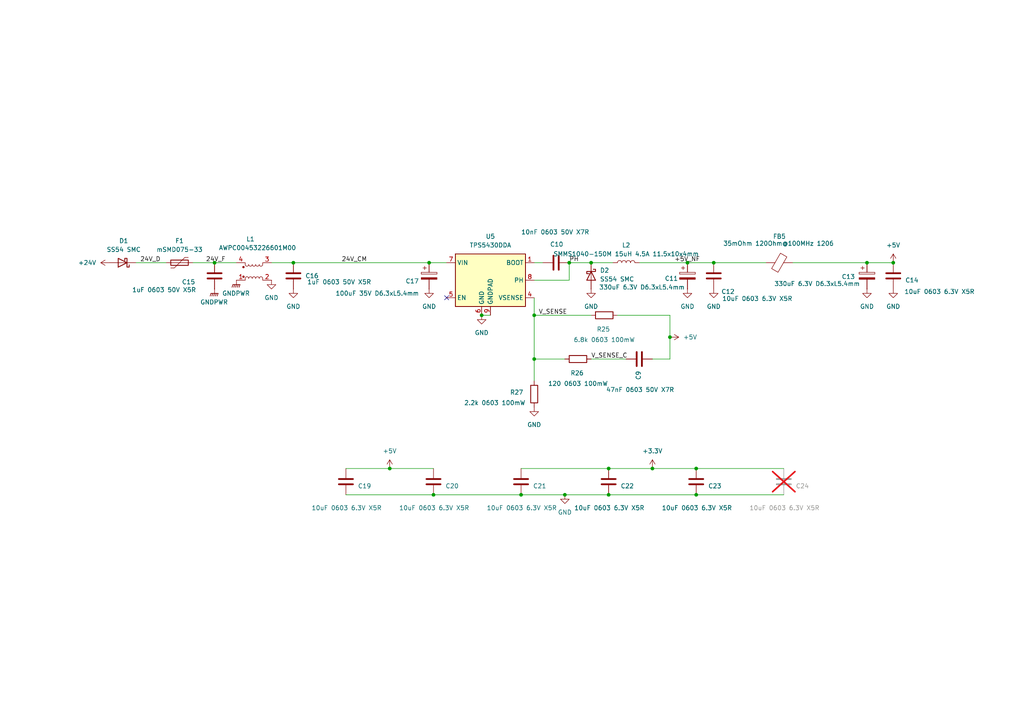
<source format=kicad_sch>
(kicad_sch (version 20231120) (generator "eeschema") (generator_version "8.0")
  (paper "A4")
  (lib_symbols
    (symbol "Device:C" (pin_numbers hide) (pin_names (offset 0.254))
      (property "Reference" "C" (at 0.635 2.54 0))
      (property "Value" "C" (at 0.635 -2.54 0))
      (symbol "C_0_1"
        (polyline (pts (xy -2.032 -0.762) (xy 2.032 -0.762)) (stroke (width 0.508)))
        (polyline (pts (xy -2.032 0.762) (xy 2.032 0.762)) (stroke (width 0.508)))
      )
      (symbol "C_1_1"
        (pin passive line (at 0 3.81 270) (length 2.794) (name "~") (number "1"))
        (pin passive line (at 0 -3.81 90) (length 2.794) (name "~") (number "2"))
      )
    )
    (symbol "Device:C_Polarized" (pin_numbers hide) (pin_names (offset 0.254))
      (property "Reference" "C" (at 0.635 2.54 0))
      (property "Value" "C_Polarized" (at 0.635 -2.54 0))
      (symbol "C_Polarized_0_1"
        (rectangle (start -2.286 0.508) (end 2.286 1.016))
        (polyline (pts (xy -1.778 2.286) (xy -0.762 2.286)))
        (polyline (pts (xy -1.27 2.794) (xy -1.27 1.778)))
        (rectangle (start 2.286 -0.508) (end -2.286 -1.016) (fill (type outline)))
      )
      (symbol "C_Polarized_1_1"
        (pin passive line (at 0 3.81 270) (length 2.794) (name "~") (number "1"))
        (pin passive line (at 0 -3.81 90) (length 2.794) (name "~") (number "2"))
      )
    )
    (symbol "Device:FerriteBead" (pin_numbers hide) (pin_names (offset 0))
      (property "Reference" "FB" (at -3.81 0.635 90))
      (property "Value" "FerriteBead" (at 3.81 0 90))
      (symbol "FerriteBead_0_1"
        (polyline (pts (xy 0 -1.27) (xy 0 -1.2192)))
        (polyline (pts (xy 0 1.27) (xy 0 1.2954)))
        (polyline (pts (xy -2.7686 0.4064) (xy -1.7018 2.2606) (xy 2.7686 -0.3048) (xy 1.6764 -2.159) (xy -2.7686 0.4064)))
      )
      (symbol "FerriteBead_1_1"
        (pin passive line (at 0 3.81 270) (length 2.54) (name "~") (number "1"))
        (pin passive line (at 0 -3.81 90) (length 2.54) (name "~") (number "2"))
      )
    )
    (symbol "Device:L" (pin_numbers hide) (pin_names (offset 1.016) hide)
      (property "Reference" "L" (at -1.27 0 90))
      (property "Value" "L" (at 1.905 0 90))
      (symbol "L_0_1"
        (arc (start 0 -2.54) (mid 0.6323 -1.905) (end 0 -1.27))
        (arc (start 0 -1.27) (mid 0.6323 -0.635) (end 0 0))
        (arc (start 0 0) (mid 0.6323 0.635) (end 0 1.27))
        (arc (start 0 1.27) (mid 0.6323 1.905) (end 0 2.54))
      )
      (symbol "L_1_1"
        (pin passive line (at 0 3.81 270) (length 1.27) (name "1") (number "1"))
        (pin passive line (at 0 -3.81 90) (length 1.27) (name "2") (number "2"))
      )
    )
    (symbol "Device:L_Coupled_1243" (pin_names (offset 0.254) hide)
      (property "Reference" "L" (at 0 4.445 0))
      (property "Value" "L_Coupled_1243" (at 0 -4.445 0))
      (symbol "L_Coupled_1243_0_1"
        (circle (center -3.048 -1.27) (radius 0.254) (fill (type outline)))
        (circle (center -3.048 1.524) (radius 0.254) (fill (type outline)))
        (arc (start -2.54 2.032) (mid -2.032 1.5262) (end -1.524 2.032))
        (arc (start -1.524 -2.032) (mid -2.032 -1.5262) (end -2.54 -2.032))
        (arc (start -1.524 2.032) (mid -1.016 1.5262) (end -0.508 2.032))
        (arc (start -0.508 -2.032) (mid -1.016 -1.5262) (end -1.524 -2.032))
        (arc (start -0.508 2.032) (mid 0 1.5262) (end 0.508 2.032))
        (polyline (pts (xy -2.54 -2.032) (xy -2.54 -2.54)))
        (polyline (pts (xy -2.54 2.032) (xy -2.54 2.54)))
        (polyline (pts (xy 2.54 -2.032) (xy 2.54 -2.54)))
        (polyline (pts (xy 2.54 2.54) (xy 2.54 2.032)))
        (arc (start 0.508 -2.032) (mid 0 -1.5262) (end -0.508 -2.032))
        (arc (start 0.508 2.032) (mid 1.016 1.5262) (end 1.524 2.032))
        (arc (start 1.524 -2.032) (mid 1.016 -1.5262) (end 0.508 -2.032))
        (arc (start 1.524 2.032) (mid 2.032 1.5262) (end 2.54 2.032))
        (arc (start 2.54 -2.032) (mid 2.032 -1.5262) (end 1.524 -2.032))
      )
      (symbol "L_Coupled_1243_1_1"
        (pin passive line (at -5.08 2.54 0) (length 2.54) (name "1") (number "1"))
        (pin passive line (at 5.08 2.54 180) (length 2.54) (name "2") (number "2"))
        (pin passive line (at 5.08 -2.54 180) (length 2.54) (name "3") (number "3"))
        (pin passive line (at -5.08 -2.54 0) (length 2.54) (name "4") (number "4"))
      )
    )
    (symbol "Device:Polyfuse" (pin_numbers hide) (pin_names (offset 0))
      (property "Reference" "F" (at -2.54 0 90))
      (property "Value" "Polyfuse" (at 2.54 0 90))
      (symbol "Polyfuse_0_1"
        (rectangle (start -0.762 2.54) (end 0.762 -2.54) (stroke (width 0.254)))
        (polyline (pts (xy 0 2.54) (xy 0 -2.54)))
        (polyline (pts (xy -1.524 2.54) (xy -1.524 1.524) (xy 1.524 -1.524) (xy 1.524 -2.54)))
      )
      (symbol "Polyfuse_1_1"
        (pin passive line (at 0 3.81 270) (length 1.27) (name "~") (number "1"))
        (pin passive line (at 0 -3.81 90) (length 1.27) (name "~") (number "2"))
      )
    )
    (symbol "Device:R" (pin_numbers hide) (pin_names (offset 0))
      (property "Reference" "R" (at 2.032 0 90))
      (property "Value" "R" (at 0 0 90))
      (symbol "R_0_1"
        (rectangle (start -1.016 -2.54) (end 1.016 2.54) (stroke (width 0.254)))
      )
      (symbol "R_1_1"
        (pin passive line (at 0 3.81 270) (length 1.27) (name "~") (number "1"))
        (pin passive line (at 0 -3.81 90) (length 1.27) (name "~") (number "2"))
      )
    )
    (symbol "Diode:SS34" (pin_numbers hide) (pin_names (offset 1.016) hide)
      (property "Reference" "D" (at 0 2.54 0))
      (property "Value" "SS34" (at 0 -2.54 0))
      (symbol "SS34_0_1"
        (polyline (pts (xy 1.27 0) (xy -1.27 0)))
        (polyline (pts (xy 1.27 1.27) (xy 1.27 -1.27) (xy -1.27 0) (xy 1.27 1.27)) (stroke (width 0.254)))
        (polyline (pts (xy -1.905 0.635) (xy -1.905 1.27) (xy -1.27 1.27) (xy -1.27 -1.27) (xy -0.635 -1.27) (xy -0.635 -0.635)) (stroke (width 0.254)))
      )
      (symbol "SS34_1_1"
        (pin passive line (at -3.81 0 0) (length 2.54) (name "K") (number "1"))
        (pin passive line (at 3.81 0 180) (length 2.54) (name "A") (number "2"))
      )
    )
    (symbol "GND_1" (power) (pin_numbers hide) (pin_names (offset 0) hide)
      (property "Value" "GND" (at 0 -3.81 0))
      (symbol "GND_1_0_1"
        (polyline (pts (xy 0 0) (xy 0 -1.27) (xy 1.27 -1.27) (xy 0 -2.54) (xy -1.27 -1.27) (xy 0 -1.27)))
      )
      (symbol "GND_1_1_1"
        (pin power_in line (at 0 0 270) (length 0) (name "~") (number "1"))
      )
    )
    (symbol "GND_2" (power) (pin_numbers hide) (pin_names (offset 0) hide)
      (property "Value" "GND" (at 0 -3.81 0))
      (symbol "GND_2_0_1"
        (polyline (pts (xy 0 0) (xy 0 -1.27) (xy 1.27 -1.27) (xy 0 -2.54) (xy -1.27 -1.27) (xy 0 -1.27)))
      )
      (symbol "GND_2_1_1"
        (pin power_in line (at 0 0 270) (length 0) (name "~") (number "1"))
      )
    )
    (symbol "Regulator_Switching:TPS5430DDA"
      (property "Reference" "U" (at -10.16 8.89 0))
      (property "Value" "TPS5430DDA" (at -1.27 8.89 0))
      (symbol "TPS5430DDA_0_1"
        (rectangle (start -10.16 7.62) (end 10.16 -7.62) (stroke (width 0.254)) (fill (type background)))
      )
      (symbol "TPS5430DDA_1_1"
        (pin input line (at 12.7 5.08 180) (length 2.54) (name "BOOT") (number "1"))
        (pin no_connect line (at -10.16 2.54 0) (length 2.54) hide (name "NC") (number "2"))
        (pin no_connect line (at -10.16 -2.54 0) (length 2.54) hide (name "NC") (number "3"))
        (pin input line (at 12.7 -5.08 180) (length 2.54) (name "VSENSE") (number "4"))
        (pin input line (at -12.7 -5.08 0) (length 2.54) (name "EN") (number "5"))
        (pin power_in line (at -2.54 -10.16 90) (length 2.54) (name "GND") (number "6"))
        (pin power_in line (at -12.7 5.08 0) (length 2.54) (name "VIN") (number "7"))
        (pin output line (at 12.7 0 180) (length 2.54) (name "PH") (number "8"))
        (pin power_in line (at 0 -10.16 90) (length 2.54) (name "GNDPAD") (number "9"))
      )
    )
    (symbol "power:+24V" (power) (pin_numbers hide) (pin_names (offset 0) hide)
      (property "Value" "+24V" (at 0 3.556 0))
      (symbol "+24V_0_1"
        (polyline (pts (xy -0.762 1.27) (xy 0 2.54)))
        (polyline (pts (xy 0 0) (xy 0 2.54)))
        (polyline (pts (xy 0 2.54) (xy 0.762 1.27)))
      )
      (symbol "+24V_1_1"
        (pin power_in line (at 0 0 90) (length 0) (name "~") (number "1"))
      )
    )
    (symbol "power:+3.3V" (power) (pin_numbers hide) (pin_names (offset 0) hide)
      (property "Value" "+3.3V" (at 0 3.556 0))
      (symbol "+3.3V_0_1"
        (polyline (pts (xy -0.762 1.27) (xy 0 2.54)))
        (polyline (pts (xy 0 0) (xy 0 2.54)))
        (polyline (pts (xy 0 2.54) (xy 0.762 1.27)))
      )
      (symbol "+3.3V_1_1"
        (pin power_in line (at 0 0 90) (length 0) (name "~") (number "1"))
      )
    )
    (symbol "power:+5V" (power) (pin_numbers hide) (pin_names (offset 0) hide)
      (property "Value" "+5V" (at 0 3.556 0))
      (symbol "+5V_0_1"
        (polyline (pts (xy -0.762 1.27) (xy 0 2.54)))
        (polyline (pts (xy 0 0) (xy 0 2.54)))
        (polyline (pts (xy 0 2.54) (xy 0.762 1.27)))
      )
      (symbol "+5V_1_1"
        (pin power_in line (at 0 0 90) (length 0) (name "~") (number "1"))
      )
    )
    (symbol "power:GND" (power) (pin_numbers hide) (pin_names (offset 0) hide)
      (property "Value" "GND" (at 0 -3.81 0))
      (symbol "GND_0_1"
        (polyline (pts (xy 0 0) (xy 0 -1.27) (xy 1.27 -1.27) (xy 0 -2.54) (xy -1.27 -1.27) (xy 0 -1.27)))
      )
      (symbol "GND_1_1"
        (pin power_in line (at 0 0 270) (length 0) (name "~") (number "1"))
      )
    )
    (symbol "power:GNDPWR" (power) (pin_numbers hide) (pin_names (offset 0) hide)
      (property "Value" "GNDPWR" (at 0 -3.302 0))
      (symbol "GNDPWR_0_1"
        (polyline (pts (xy 0 -1.27) (xy 0 0)))
        (polyline (pts (xy -1.016 -1.27) (xy -1.27 -2.032) (xy -1.27 -2.032)) (stroke (width 0.2032)))
        (polyline (pts (xy -0.508 -1.27) (xy -0.762 -2.032) (xy -0.762 -2.032)) (stroke (width 0.2032)))
        (polyline (pts (xy 0 -1.27) (xy -0.254 -2.032) (xy -0.254 -2.032)) (stroke (width 0.2032)))
        (polyline (pts (xy 0.508 -1.27) (xy 0.254 -2.032) (xy 0.254 -2.032)) (stroke (width 0.2032)))
        (polyline (pts (xy 1.016 -1.27) (xy -1.016 -1.27) (xy -1.016 -1.27)) (stroke (width 0.2032)))
        (polyline (pts (xy 1.016 -1.27) (xy 0.762 -2.032) (xy 0.762 -2.032) (xy 0.762 -2.032)) (stroke (width 0.2032)))
      )
      (symbol "GNDPWR_1_1"
        (pin power_in line (at 0 0 270) (length 0) (name "~") (number "1"))
      )
    )
  )
  (junction (at 189.23 135.89))
  (junction (at 207.01 76.2))
  (junction (at 125.73 143.51))
  (junction (at 124.46 76.2))
  (junction (at 251.46 76.2))
  (junction (at 85.09 76.2))
  (junction (at 139.7 91.44))
  (junction (at 201.93 143.51))
  (junction (at 62.23 76.2))
  (junction (at 199.39 76.2))
  (junction (at 113.03 135.89))
  (junction (at 154.94 91.44))
  (junction (at 201.93 135.89))
  (junction (at 163.83 143.51))
  (junction (at 151.13 143.51))
  (junction (at 154.94 104.14))
  (junction (at 171.45 76.2))
  (junction (at 176.53 135.89))
  (junction (at 259.08 76.2))
  (junction (at 194.31 97.79))
  (junction (at 165.1 76.2))
  (junction (at 176.53 143.51))
  (no_connect (at 129.54 86.36))
  (wire (pts (xy 185.42 76.2) (xy 199.39 76.2)))
  (wire (pts (xy 154.94 81.28) (xy 165.1 81.28)))
  (wire (pts (xy 139.7 91.44) (xy 142.24 91.44)))
  (wire (pts (xy 199.39 76.2) (xy 207.01 76.2)))
  (wire (pts (xy 201.93 135.89) (xy 227.33 135.89)))
  (wire (pts (xy 151.13 143.51) (xy 163.83 143.51)))
  (wire (pts (xy 163.83 143.51) (xy 176.53 143.51)))
  (wire (pts (xy 189.23 104.14) (xy 194.31 104.14)))
  (wire (pts (xy 62.23 76.2) (xy 68.58 76.2)))
  (wire (pts (xy 189.23 135.89) (xy 201.93 135.89)))
  (wire (pts (xy 39.37 76.2) (xy 48.26 76.2)))
  (wire (pts (xy 176.53 135.89) (xy 189.23 135.89)))
  (wire (pts (xy 194.31 91.44) (xy 179.07 91.44)))
  (wire (pts (xy 151.13 135.89) (xy 176.53 135.89)))
  (wire (pts (xy 207.01 76.2) (xy 222.25 76.2)))
  (wire (pts (xy 124.46 76.2) (xy 129.54 76.2)))
  (wire (pts (xy 85.09 76.2) (xy 124.46 76.2)))
  (wire (pts (xy 125.73 143.51) (xy 151.13 143.51)))
  (wire (pts (xy 165.1 76.2) (xy 171.45 76.2)))
  (wire (pts (xy 113.03 135.89) (xy 125.73 135.89)))
  (wire (pts (xy 194.31 91.44) (xy 194.31 97.79)))
  (wire (pts (xy 78.74 76.2) (xy 85.09 76.2)))
  (wire (pts (xy 251.46 76.2) (xy 259.08 76.2)))
  (wire (pts (xy 176.53 143.51) (xy 201.93 143.51)))
  (wire (pts (xy 165.1 81.28) (xy 165.1 76.2)))
  (wire (pts (xy 171.45 104.14) (xy 181.61 104.14)))
  (wire (pts (xy 154.94 104.14) (xy 154.94 91.44)))
  (wire (pts (xy 100.33 143.51) (xy 125.73 143.51)))
  (wire (pts (xy 154.94 104.14) (xy 154.94 110.49)))
  (wire (pts (xy 100.33 135.89) (xy 113.03 135.89)))
  (wire (pts (xy 171.45 76.2) (xy 177.8 76.2)))
  (wire (pts (xy 154.94 91.44) (xy 171.45 91.44)))
  (wire (pts (xy 154.94 76.2) (xy 157.48 76.2)))
  (wire (pts (xy 154.94 91.44) (xy 154.94 86.36)))
  (wire (pts (xy 194.31 104.14) (xy 194.31 97.79)))
  (wire (pts (xy 201.93 143.51) (xy 227.33 143.51)))
  (wire (pts (xy 154.94 104.14) (xy 163.83 104.14)))
  (wire (pts (xy 55.88 76.2) (xy 62.23 76.2)))
  (wire (pts (xy 229.87 76.2) (xy 251.46 76.2)))
  (label "24V_D" (at 40.64 76.2 0))
  (label "24V_CM" (at 99.06 76.2 0))
  (label "+5V_NF" (at 195.58 76.2 0))
  (label "V_SENSE_C" (at 171.45 104.14 0))
  (label "24V_F" (at 59.69 76.2 0))
  (label "V_SENSE" (at 156.21 91.44 0))
  (label "PH" (at 165.1 76.2 0))
  (symbol (lib_id "power:GND") (at 199.39 83.82 0) (unit 1)
    (property "Reference" "#PWR042" (effects (hide yes)))
    (property "Value" "GND" (at 199.39 88.9 0))
    (property "Description" "Power symbol creates a global label with name \"GND\" , ground" (effects (hide yes)))
  )
  (symbol (lib_id "power:GND") (at 85.09 83.82 0) (unit 1)
    (property "Reference" "#PWR048" (effects (hide yes)))
    (property "Value" "GND" (at 85.09 88.9 0))
    (property "Description" "Power symbol creates a global label with name \"GND\" , ground" (effects (hide yes)))
  )
  (symbol (lib_id "power:+5V") (at 259.08 76.2 0) (unit 1)
    (property "Reference" "#PWR046" (effects (hide yes)))
    (property "Value" "+5V" (at 259.08 71.12 0))
    (property "Description" "Power symbol creates a global label with name \"+5V\"" (effects (hide yes)))
  )
  (symbol (lib_id "Diode:SS34") (at 35.56 76.2 180) (unit 1)
    (property "Reference" "D1" (at 35.8775 69.85 0))
    (property "Value" "SS54 SMC" (at 35.8775 72.39 0))
    (property "Footprint" "Diode_SMD:D_SMC" (effects (hide yes)))
    (property "Datasheet" "https://www.lcsc.com/datasheet/lcsc_datasheet_2304140030_Yangzhou-Yangjie-Elec-Tech-SS54_C211777.pdf" (effects (hide yes)))
    (property "Description" "40V 5A Schottky Diode, SMC" (effects (hide yes)))
  )
  (symbol (lib_id "Device:C") (at 62.23 80.01 180) (unit 1)
    (property "Reference" "C15" (at 56.642 81.788 0) (effects (justify left)))
    (property "Value" "1uF 0603 50V X5R" (at 56.896 84.074 0) (effects (justify left)))
    (property "Footprint" "Capacitor_SMD:C_0603_1608Metric" (effects (hide yes)))
    (property "Description" "Unpolarized capacitor" (effects (hide yes)))
  )
  (symbol (lib_name "GND_2") (lib_id "power:GND") (at 139.7 91.44 0) (unit 1)
    (property "Reference" "#PWR010" (effects (hide yes)))
    (property "Value" "GND" (at 139.7 96.52 0))
    (property "Description" "Power symbol creates a global label with name \"GND\" , ground" (effects (hide yes)))
  )
  (symbol (lib_id "Device:C") (at 85.09 80.01 180) (unit 1)
    (property "Reference" "C16" (at 92.456 80.01 0) (effects (justify left)))
    (property "Value" "1uF 0603 50V X5R" (at 107.696 81.788 0) (effects (justify left)))
    (property "Footprint" "Capacitor_SMD:C_0603_1608Metric" (effects (hide yes)))
    (property "Description" "Unpolarized capacitor" (effects (hide yes)))
  )
  (symbol (lib_id "power:GNDPWR") (at 62.23 83.82 0) (unit 1)
    (property "Reference" "#PWR047" (effects (hide yes)))
    (property "Value" "GNDPWR" (at 62.103 87.63 0))
    (property "Description" "Power symbol creates a global label with name \"GNDPWR\" , global ground" (effects (hide yes)))
  )
  (symbol (lib_id "Device:C") (at 227.33 139.7 180) (unit 1) (dnp yes)
    (property "Reference" "C24" (at 234.696 140.97 0) (effects (justify left)))
    (property "Value" "10uF 0603 6.3V X5R" (at 237.744 147.32 0) (effects (justify left)))
    (property "Footprint" "Capacitor_SMD:C_0603_1608Metric" (effects (hide yes)))
    (property "Description" "Unpolarized capacitor" (effects (hide yes)))
  )
  (symbol (lib_id "Device:C") (at 125.73 139.7 180) (unit 1)
    (property "Reference" "C20" (at 133.096 140.97 0) (effects (justify left)))
    (property "Value" "10uF 0603 6.3V X5R" (at 136.144 147.32 0) (effects (justify left)))
    (property "Footprint" "Capacitor_SMD:C_0603_1608Metric" (effects (hide yes)))
    (property "Description" "Unpolarized capacitor" (effects (hide yes)))
  )
  (symbol (lib_id "Device:R") (at 175.26 91.44 90) (unit 1)
    (property "Reference" "R25" (at 175.006 95.504 90))
    (property "Value" "6.8k 0603 100mW" (at 175.26 98.552 90))
    (property "Footprint" "Resistor_SMD:R_0603_1608Metric" (effects (hide yes)))
    (property "Description" "Resistor" (effects (hide yes)))
  )
  (symbol (lib_id "Device:R") (at 154.94 114.3 180) (unit 1)
    (property "Reference" "R27" (at 149.86 113.792 0))
    (property "Value" "2.2k 0603 100mW" (at 143.51 116.84 0))
    (property "Footprint" "Resistor_SMD:R_0603_1608Metric" (effects (hide yes)))
    (property "Description" "Resistor" (effects (hide yes)))
  )
  (symbol (lib_id "Device:C") (at 151.13 139.7 180) (unit 1)
    (property "Reference" "C21" (at 158.496 140.97 0) (effects (justify left)))
    (property "Value" "10uF 0603 6.3V X5R" (at 161.544 147.32 0) (effects (justify left)))
    (property "Footprint" "Capacitor_SMD:C_0603_1608Metric" (effects (hide yes)))
    (property "Description" "Unpolarized capacitor" (effects (hide yes)))
  )
  (symbol (lib_id "Device:L") (at 181.61 76.2 90) (unit 1)
    (property "Reference" "L2" (at 181.61 71.12 90))
    (property "Value" "SMMS1040-150M 15uH 4.5A 11.5x10x4mm" (at 181.61 73.66 90))
    (property "Footprint" "Inductor_SMD:L_APV_APH1040" (effects (hide yes)))
    (property "Description" "Inductor" (effects (hide yes)))
  )
  (symbol (lib_id "Device:FerriteBead") (at 226.06 76.2 90) (unit 1)
    (property "Reference" "FB5" (at 226.06 68.58 90))
    (property "Value" "35mOhm 120Ohm@100MHz 1206" (at 225.806 70.612 90))
    (property "Footprint" "Inductor_SMD:L_1206_3216Metric" (effects (hide yes)))
    (property "Description" "Ferrite bead" (effects (hide yes)))
  )
  (symbol (lib_id "Device:C_Polarized") (at 251.46 80.01 0) (unit 1)
    (property "Reference" "C13" (at 244.094 80.264 0) (effects (justify left)))
    (property "Value" "330uF 6.3V D6.3xL5.4mm" (at 224.536 82.296 0) (effects (justify left)))
    (property "Footprint" "Capacitor_SMD:CP_Elec_6.3x5.4" (effects (hide yes)))
    (property "Description" "Polarized capacitor" (effects (hide yes)))
  )
  (symbol (lib_name "GND_1") (lib_id "power:GND") (at 78.74 81.28 0) (unit 1)
    (property "Reference" "#PWR09" (effects (hide yes)))
    (property "Value" "GND" (at 78.74 86.36 0))
    (property "Description" "Power symbol creates a global label with name \"GND\" , ground" (effects (hide yes)))
  )
  (symbol (lib_id "Diode:SS34") (at 171.45 80.01 270) (unit 1)
    (property "Reference" "D2" (at 173.99 78.4224 90) (effects (justify left)))
    (property "Value" "SS54 SMC" (at 173.99 80.9624 90) (effects (justify left)))
    (property "Footprint" "Diode_SMD:D_SMC" (effects (hide yes)))
    (property "Datasheet" "https://www.lcsc.com/datasheet/lcsc_datasheet_2304140030_Yangzhou-Yangjie-Elec-Tech-SS54_C211777.pdf" (effects (hide yes)))
    (property "Description" "40V 5A Schottky Diode, SMC" (effects (hide yes)))
  )
  (symbol (lib_id "power:GND") (at 207.01 83.82 0) (unit 1)
    (property "Reference" "#PWR043" (effects (hide yes)))
    (property "Value" "GND" (at 207.01 88.9 0))
    (property "Description" "Power symbol creates a global label with name \"GND\" , ground" (effects (hide yes)))
  )
  (symbol (lib_id "power:+5V") (at 113.03 135.89 0) (unit 1)
    (property "Reference" "#PWR056" (effects (hide yes)))
    (property "Value" "+5V" (at 113.03 130.81 0))
    (property "Description" "Power symbol creates a global label with name \"+5V\"" (effects (hide yes)))
  )
  (symbol (lib_id "Device:C") (at 100.33 139.7 180) (unit 1)
    (property "Reference" "C19" (at 107.696 140.97 0) (effects (justify left)))
    (property "Value" "10uF 0603 6.3V X5R" (at 110.744 147.32 0) (effects (justify left)))
    (property "Footprint" "Capacitor_SMD:C_0603_1608Metric" (effects (hide yes)))
    (property "Description" "Unpolarized capacitor" (effects (hide yes)))
  )
  (symbol (lib_id "power:GNDPWR") (at 68.58 81.28 0) (unit 1)
    (property "Reference" "#PWR08" (effects (hide yes)))
    (property "Value" "GNDPWR" (at 68.453 85.09 0))
    (property "Description" "Power symbol creates a global label with name \"GNDPWR\" , global ground" (effects (hide yes)))
  )
  (symbol (lib_id "Device:C") (at 201.93 139.7 180) (unit 1)
    (property "Reference" "C23" (at 209.296 140.97 0) (effects (justify left)))
    (property "Value" "10uF 0603 6.3V X5R" (at 212.344 147.32 0) (effects (justify left)))
    (property "Footprint" "Capacitor_SMD:C_0603_1608Metric" (effects (hide yes)))
    (property "Description" "Unpolarized capacitor" (effects (hide yes)))
  )
  (symbol (lib_id "power:GND") (at 154.94 118.11 0) (unit 1)
    (property "Reference" "#PWR040" (effects (hide yes)))
    (property "Value" "GND" (at 154.94 123.19 0))
    (property "Description" "Power symbol creates a global label with name \"GND\" , ground" (effects (hide yes)))
  )
  (symbol (lib_id "power:+24V") (at 31.75 76.2 90) (unit 1)
    (property "Reference" "#PWR07" (effects (hide yes)))
    (property "Value" "+24V" (at 27.94 76.1999 90) (effects (justify left)))
    (property "Description" "Power symbol creates a global label with name \"+24V\"" (effects (hide yes)))
  )
  (symbol (lib_id "power:GND") (at 171.45 83.82 0) (unit 1)
    (property "Reference" "#PWR041" (effects (hide yes)))
    (property "Value" "GND" (at 171.45 88.9 0))
    (property "Description" "Power symbol creates a global label with name \"GND\" , ground" (effects (hide yes)))
  )
  (symbol (lib_id "power:+5V") (at 194.31 97.79 270) (unit 1)
    (property "Reference" "#PWR039" (effects (hide yes)))
    (property "Value" "+5V" (at 198.12 97.7899 90) (effects (justify left)))
    (property "Description" "Power symbol creates a global label with name \"+5V\"" (effects (hide yes)))
  )
  (symbol (lib_id "Device:C") (at 176.53 139.7 180) (unit 1)
    (property "Reference" "C22" (at 183.896 140.97 0) (effects (justify left)))
    (property "Value" "10uF 0603 6.3V X5R" (at 186.944 147.32 0) (effects (justify left)))
    (property "Footprint" "Capacitor_SMD:C_0603_1608Metric" (effects (hide yes)))
    (property "Description" "Unpolarized capacitor" (effects (hide yes)))
  )
  (symbol (lib_id "Device:C") (at 185.42 104.14 90) (unit 1)
    (property "Reference" "C9" (at 185.166 110.236 0) (effects (justify left)))
    (property "Value" "47nF 0603 50V X7R" (at 195.58 113.03 90) (effects (justify left)))
    (property "Footprint" "Capacitor_SMD:C_0603_1608Metric" (effects (hide yes)))
    (property "Description" "Unpolarized capacitor" (effects (hide yes)))
  )
  (symbol (lib_id "Device:C") (at 259.08 80.01 180) (unit 1)
    (property "Reference" "C14" (at 266.446 81.28 0) (effects (justify left)))
    (property "Value" "10uF 0603 6.3V X5R" (at 282.702 84.582 0) (effects (justify left)))
    (property "Footprint" "Capacitor_SMD:C_0603_1608Metric" (effects (hide yes)))
    (property "Description" "Unpolarized capacitor" (effects (hide yes)))
  )
  (symbol (lib_id "Device:C") (at 161.29 76.2 270) (unit 1)
    (property "Reference" "C10" (at 159.512 70.866 90) (effects (justify left)))
    (property "Value" "10nF 0603 50V X7R" (at 151.13 67.31 90) (effects (justify left)))
    (property "Footprint" "Capacitor_SMD:C_0603_1608Metric" (effects (hide yes)))
    (property "Description" "Unpolarized capacitor" (effects (hide yes)))
  )
  (symbol (lib_id "power:+3.3V") (at 189.23 135.89 0) (unit 1)
    (property "Reference" "#PWR058" (effects (hide yes)))
    (property "Value" "+3.3V" (at 189.23 130.81 0))
    (property "Description" "Power symbol creates a global label with name \"+3.3V\"" (effects (hide yes)))
  )
  (symbol (lib_id "power:GND") (at 259.08 83.82 0) (unit 1)
    (property "Reference" "#PWR045" (effects (hide yes)))
    (property "Value" "GND" (at 259.08 88.9 0))
    (property "Description" "Power symbol creates a global label with name \"GND\" , ground" (effects (hide yes)))
  )
  (symbol (lib_id "Device:C") (at 207.01 80.01 180) (unit 1)
    (property "Reference" "C12" (at 213.106 84.582 0) (effects (justify left)))
    (property "Value" "10uF 0603 6.3V X5R" (at 229.87 86.614 0) (effects (justify left)))
    (property "Footprint" "Capacitor_SMD:C_0603_1608Metric" (effects (hide yes)))
    (property "Description" "Unpolarized capacitor" (effects (hide yes)))
  )
  (symbol (lib_id "Device:C_Polarized") (at 199.39 80.01 0) (unit 1)
    (property "Reference" "C11" (at 192.786 80.772 0) (effects (justify left)))
    (property "Value" "330uF 6.3V D6.3xL5.4mm" (at 173.736 83.312 0) (effects (justify left)))
    (property "Footprint" "Capacitor_SMD:CP_Elec_6.3x5.4" (effects (hide yes)))
    (property "Description" "Polarized capacitor" (effects (hide yes)))
  )
  (symbol (lib_id "Device:R") (at 167.64 104.14 90) (unit 1)
    (property "Reference" "R26" (at 167.386 108.204 90))
    (property "Value" "120 0603 100mW" (at 167.64 111.252 90))
    (property "Footprint" "Resistor_SMD:R_0603_1608Metric" (effects (hide yes)))
    (property "Description" "Resistor" (effects (hide yes)))
  )
  (symbol (lib_id "power:GND") (at 124.46 83.82 0) (unit 1)
    (property "Reference" "#PWR049" (effects (hide yes)))
    (property "Value" "GND" (at 124.46 88.9 0))
    (property "Description" "Power symbol creates a global label with name \"GND\" , ground" (effects (hide yes)))
  )
  (symbol (lib_id "Regulator_Switching:TPS5430DDA") (at 142.24 81.28 0) (unit 1)
    (property "Reference" "U5" (at 142.24 68.58 0))
    (property "Value" "TPS5430DDA" (at 142.24 71.12 0))
    (property "Footprint" "Package_SO:TI_SO-PowerPAD-8_ThermalVias" (effects (hide yes)))
    (property "Datasheet" "http://www.ti.com/lit/ds/symlink/tps5430.pdf" (effects (hide yes)))
    (property "Description" "3A, Step Down Swift Converter, Adjustable Output Voltage, 5.5-36V Input Voltage, PowerSO-8" (effects (hide yes)))
  )
  (symbol (lib_id "Device:L_Coupled_1243") (at 73.66 78.74 0) (mirror x) (unit 1)
    (property "Reference" "L1" (at 72.644 69.342 0))
    (property "Value" "AWPC00453226601M00" (at 74.676 71.882 0))
    (property "Footprint" "Hera:L_CommonModeChoke_4.5x3.2" (effects (hide yes)))
    (property "Description" "Coupled inductor" (effects (hide yes)))
  )
  (symbol (lib_id "Device:Polyfuse") (at 52.07 76.2 90) (unit 1)
    (property "Reference" "F1" (at 52.07 69.85 90))
    (property "Value" "mSMD075-33" (at 52.07 72.39 90))
    (property "Footprint" "Fuse:Fuse_1812_4532Metric" (effects (hide yes)))
    (property "Description" "Resettable fuse, polymeric positive temperature coefficient" (effects (hide yes)))
  )
  (symbol (lib_id "Device:C_Polarized") (at 124.46 80.01 0) (unit 1)
    (property "Reference" "C17" (at 117.602 81.534 0) (effects (justify left)))
    (property "Value" "100uF 35V D6.3xL5.4mm" (at 97.282 85.09 0) (effects (justify left)))
    (property "Footprint" "Capacitor_SMD:CP_Elec_6.3x5.4" (effects (hide yes)))
    (property "Description" "Polarized capacitor" (effects (hide yes)))
  )
  (symbol (lib_id "power:GND") (at 251.46 83.82 0) (unit 1)
    (property "Reference" "#PWR044" (effects (hide yes)))
    (property "Value" "GND" (at 251.46 88.9 0))
    (property "Description" "Power symbol creates a global label with name \"GND\" , ground" (effects (hide yes)))
  )
  (symbol (lib_id "power:GND") (at 163.83 143.51 0) (unit 1)
    (property "Reference" "#PWR057" (effects (hide yes)))
    (property "Value" "GND" (at 163.83 148.59 0))
    (property "Description" "Power symbol creates a global label with name \"GND\" , ground" (effects (hide yes)))
  )
)
</source>
